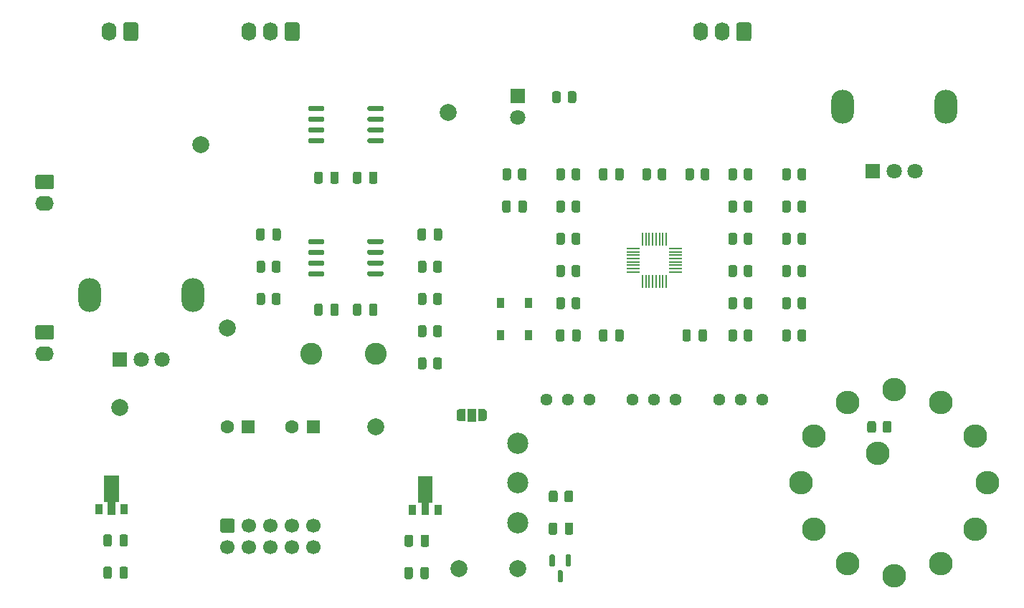
<source format=gbs>
G04 #@! TF.GenerationSoftware,KiCad,Pcbnew,6.0.5+dfsg-1~bpo11+1*
G04 #@! TF.CreationDate,2022-07-21T21:01:22+00:00*
G04 #@! TF.ProjectId,mod_osc_board,6d6f645f-6f73-4635-9f62-6f6172642e6b,0*
G04 #@! TF.SameCoordinates,Original*
G04 #@! TF.FileFunction,Soldermask,Bot*
G04 #@! TF.FilePolarity,Negative*
%FSLAX46Y46*%
G04 Gerber Fmt 4.6, Leading zero omitted, Abs format (unit mm)*
G04 Created by KiCad (PCBNEW 6.0.5+dfsg-1~bpo11+1) date 2022-07-21 21:01:22*
%MOMM*%
%LPD*%
G01*
G04 APERTURE LIST*
%ADD10C,2.500000*%
%ADD11O,2.720000X4.000000*%
%ADD12R,1.800000X1.800000*%
%ADD13C,1.800000*%
%ADD14O,2.800000X2.800000*%
%ADD15R,1.600000X1.600000*%
%ADD16C,1.600000*%
%ADD17R,0.900000X1.200000*%
%ADD18C,1.440000*%
%ADD19C,2.000000*%
%ADD20O,1.740000X2.190000*%
%ADD21R,0.900000X1.300000*%
%ADD22O,2.190000X1.740000*%
%ADD23R,1.500000X0.200000*%
%ADD24R,0.200000X1.500000*%
%ADD25C,2.600000*%
%ADD26R,1.000000X1.500000*%
%ADD27C,1.700000*%
G04 APERTURE END LIST*
D10*
X149606000Y-125202800D03*
X149606000Y-120502800D03*
X149606000Y-115802800D03*
D11*
X111252000Y-98277800D03*
X99060000Y-98277800D03*
D12*
X102616000Y-105897800D03*
D13*
X105116000Y-105897800D03*
X107616000Y-105897800D03*
D14*
X184529721Y-115002801D03*
X188556000Y-110976521D03*
X194056000Y-109502800D03*
X199555999Y-110976521D03*
X203582279Y-115002801D03*
X205056000Y-120502800D03*
X203582279Y-126002800D03*
X199556000Y-130029079D03*
X194056000Y-131502800D03*
X188556000Y-130029079D03*
X184529721Y-126002800D03*
X183056000Y-120502800D03*
X192056000Y-117038698D03*
D11*
X187960000Y-76052800D03*
X200152000Y-76052800D03*
D12*
X191516000Y-83672800D03*
D13*
X194016000Y-83672800D03*
X196516000Y-83672800D03*
D12*
X149606000Y-74782800D03*
D13*
X149606000Y-77322800D03*
D15*
X125439800Y-113848000D03*
D16*
X122939800Y-113848000D03*
D17*
X150849600Y-103078400D03*
X147549600Y-103078400D03*
G36*
G01*
X137777400Y-95408600D02*
X137777400Y-94508600D01*
G75*
G02*
X138027400Y-94258600I250000J0D01*
G01*
X138552400Y-94258600D01*
G75*
G02*
X138802400Y-94508600I0J-250000D01*
G01*
X138802400Y-95408600D01*
G75*
G02*
X138552400Y-95658600I-250000J0D01*
G01*
X138027400Y-95658600D01*
G75*
G02*
X137777400Y-95408600I0J250000D01*
G01*
G37*
G36*
G01*
X139602400Y-95408600D02*
X139602400Y-94508600D01*
G75*
G02*
X139852400Y-94258600I250000J0D01*
G01*
X140377400Y-94258600D01*
G75*
G02*
X140627400Y-94508600I0J-250000D01*
G01*
X140627400Y-95408600D01*
G75*
G02*
X140377400Y-95658600I-250000J0D01*
G01*
X139852400Y-95658600D01*
G75*
G02*
X139602400Y-95408600I0J250000D01*
G01*
G37*
D18*
X152999600Y-110698400D03*
X155539600Y-110698400D03*
X158079600Y-110698400D03*
G36*
G01*
X156974600Y-95008400D02*
X156974600Y-95908400D01*
G75*
G02*
X156724600Y-96158400I-250000J0D01*
G01*
X156199600Y-96158400D01*
G75*
G02*
X155949600Y-95908400I0J250000D01*
G01*
X155949600Y-95008400D01*
G75*
G02*
X156199600Y-94758400I250000J0D01*
G01*
X156724600Y-94758400D01*
G75*
G02*
X156974600Y-95008400I0J-250000D01*
G01*
G37*
G36*
G01*
X155149600Y-95008400D02*
X155149600Y-95908400D01*
G75*
G02*
X154899600Y-96158400I-250000J0D01*
G01*
X154374600Y-96158400D01*
G75*
G02*
X154124600Y-95908400I0J250000D01*
G01*
X154124600Y-95008400D01*
G75*
G02*
X154374600Y-94758400I250000J0D01*
G01*
X154899600Y-94758400D01*
G75*
G02*
X155149600Y-95008400I0J-250000D01*
G01*
G37*
G36*
G01*
X103558000Y-126847300D02*
X103558000Y-127797300D01*
G75*
G02*
X103308000Y-128047300I-250000J0D01*
G01*
X102808000Y-128047300D01*
G75*
G02*
X102558000Y-127797300I0J250000D01*
G01*
X102558000Y-126847300D01*
G75*
G02*
X102808000Y-126597300I250000J0D01*
G01*
X103308000Y-126597300D01*
G75*
G02*
X103558000Y-126847300I0J-250000D01*
G01*
G37*
G36*
G01*
X101658000Y-126847300D02*
X101658000Y-127797300D01*
G75*
G02*
X101408000Y-128047300I-250000J0D01*
G01*
X100908000Y-128047300D01*
G75*
G02*
X100658000Y-127797300I0J250000D01*
G01*
X100658000Y-126847300D01*
G75*
G02*
X100908000Y-126597300I250000J0D01*
G01*
X101408000Y-126597300D01*
G75*
G02*
X101658000Y-126847300I0J-250000D01*
G01*
G37*
G36*
G01*
X180794600Y-88288400D02*
X180794600Y-87388400D01*
G75*
G02*
X181044600Y-87138400I250000J0D01*
G01*
X181569600Y-87138400D01*
G75*
G02*
X181819600Y-87388400I0J-250000D01*
G01*
X181819600Y-88288400D01*
G75*
G02*
X181569600Y-88538400I-250000J0D01*
G01*
X181044600Y-88538400D01*
G75*
G02*
X180794600Y-88288400I0J250000D01*
G01*
G37*
G36*
G01*
X182619600Y-88288400D02*
X182619600Y-87388400D01*
G75*
G02*
X182869600Y-87138400I250000J0D01*
G01*
X183394600Y-87138400D01*
G75*
G02*
X183644600Y-87388400I0J-250000D01*
G01*
X183644600Y-88288400D01*
G75*
G02*
X183394600Y-88538400I-250000J0D01*
G01*
X182869600Y-88538400D01*
G75*
G02*
X182619600Y-88288400I0J250000D01*
G01*
G37*
G36*
G01*
X162079600Y-102603400D02*
X162079600Y-103553400D01*
G75*
G02*
X161829600Y-103803400I-250000J0D01*
G01*
X161329600Y-103803400D01*
G75*
G02*
X161079600Y-103553400I0J250000D01*
G01*
X161079600Y-102603400D01*
G75*
G02*
X161329600Y-102353400I250000J0D01*
G01*
X161829600Y-102353400D01*
G75*
G02*
X162079600Y-102603400I0J-250000D01*
G01*
G37*
G36*
G01*
X160179600Y-102603400D02*
X160179600Y-103553400D01*
G75*
G02*
X159929600Y-103803400I-250000J0D01*
G01*
X159429600Y-103803400D01*
G75*
G02*
X159179600Y-103553400I0J250000D01*
G01*
X159179600Y-102603400D01*
G75*
G02*
X159429600Y-102353400I250000J0D01*
G01*
X159929600Y-102353400D01*
G75*
G02*
X160179600Y-102603400I0J-250000D01*
G01*
G37*
G36*
G01*
X128450000Y-99563600D02*
X128450000Y-100513600D01*
G75*
G02*
X128200000Y-100763600I-250000J0D01*
G01*
X127700000Y-100763600D01*
G75*
G02*
X127450000Y-100513600I0J250000D01*
G01*
X127450000Y-99563600D01*
G75*
G02*
X127700000Y-99313600I250000J0D01*
G01*
X128200000Y-99313600D01*
G75*
G02*
X128450000Y-99563600I0J-250000D01*
G01*
G37*
G36*
G01*
X126550000Y-99563600D02*
X126550000Y-100513600D01*
G75*
G02*
X126300000Y-100763600I-250000J0D01*
G01*
X125800000Y-100763600D01*
G75*
G02*
X125550000Y-100513600I0J250000D01*
G01*
X125550000Y-99563600D01*
G75*
G02*
X125800000Y-99313600I250000J0D01*
G01*
X126300000Y-99313600D01*
G75*
G02*
X126550000Y-99563600I0J-250000D01*
G01*
G37*
D19*
X149606000Y-130662800D03*
G36*
G01*
X137752400Y-91623600D02*
X137752400Y-90673600D01*
G75*
G02*
X138002400Y-90423600I250000J0D01*
G01*
X138502400Y-90423600D01*
G75*
G02*
X138752400Y-90673600I0J-250000D01*
G01*
X138752400Y-91623600D01*
G75*
G02*
X138502400Y-91873600I-250000J0D01*
G01*
X138002400Y-91873600D01*
G75*
G02*
X137752400Y-91623600I0J250000D01*
G01*
G37*
G36*
G01*
X139652400Y-91623600D02*
X139652400Y-90673600D01*
G75*
G02*
X139902400Y-90423600I250000J0D01*
G01*
X140402400Y-90423600D01*
G75*
G02*
X140652400Y-90673600I0J-250000D01*
G01*
X140652400Y-91623600D01*
G75*
G02*
X140402400Y-91873600I-250000J0D01*
G01*
X139902400Y-91873600D01*
G75*
G02*
X139652400Y-91623600I0J250000D01*
G01*
G37*
G36*
G01*
X133736000Y-91828600D02*
X133736000Y-92128600D01*
G75*
G02*
X133586000Y-92278600I-150000J0D01*
G01*
X131986000Y-92278600D01*
G75*
G02*
X131836000Y-92128600I0J150000D01*
G01*
X131836000Y-91828600D01*
G75*
G02*
X131986000Y-91678600I150000J0D01*
G01*
X133586000Y-91678600D01*
G75*
G02*
X133736000Y-91828600I0J-150000D01*
G01*
G37*
G36*
G01*
X133736000Y-93098600D02*
X133736000Y-93398600D01*
G75*
G02*
X133586000Y-93548600I-150000J0D01*
G01*
X131986000Y-93548600D01*
G75*
G02*
X131836000Y-93398600I0J150000D01*
G01*
X131836000Y-93098600D01*
G75*
G02*
X131986000Y-92948600I150000J0D01*
G01*
X133586000Y-92948600D01*
G75*
G02*
X133736000Y-93098600I0J-150000D01*
G01*
G37*
G36*
G01*
X133736000Y-94368600D02*
X133736000Y-94668600D01*
G75*
G02*
X133586000Y-94818600I-150000J0D01*
G01*
X131986000Y-94818600D01*
G75*
G02*
X131836000Y-94668600I0J150000D01*
G01*
X131836000Y-94368600D01*
G75*
G02*
X131986000Y-94218600I150000J0D01*
G01*
X133586000Y-94218600D01*
G75*
G02*
X133736000Y-94368600I0J-150000D01*
G01*
G37*
G36*
G01*
X133736000Y-95638600D02*
X133736000Y-95938600D01*
G75*
G02*
X133586000Y-96088600I-150000J0D01*
G01*
X131986000Y-96088600D01*
G75*
G02*
X131836000Y-95938600I0J150000D01*
G01*
X131836000Y-95638600D01*
G75*
G02*
X131986000Y-95488600I150000J0D01*
G01*
X133586000Y-95488600D01*
G75*
G02*
X133736000Y-95638600I0J-150000D01*
G01*
G37*
G36*
G01*
X126736000Y-95638600D02*
X126736000Y-95938600D01*
G75*
G02*
X126586000Y-96088600I-150000J0D01*
G01*
X124986000Y-96088600D01*
G75*
G02*
X124836000Y-95938600I0J150000D01*
G01*
X124836000Y-95638600D01*
G75*
G02*
X124986000Y-95488600I150000J0D01*
G01*
X126586000Y-95488600D01*
G75*
G02*
X126736000Y-95638600I0J-150000D01*
G01*
G37*
G36*
G01*
X126736000Y-94368600D02*
X126736000Y-94668600D01*
G75*
G02*
X126586000Y-94818600I-150000J0D01*
G01*
X124986000Y-94818600D01*
G75*
G02*
X124836000Y-94668600I0J150000D01*
G01*
X124836000Y-94368600D01*
G75*
G02*
X124986000Y-94218600I150000J0D01*
G01*
X126586000Y-94218600D01*
G75*
G02*
X126736000Y-94368600I0J-150000D01*
G01*
G37*
G36*
G01*
X126736000Y-93098600D02*
X126736000Y-93398600D01*
G75*
G02*
X126586000Y-93548600I-150000J0D01*
G01*
X124986000Y-93548600D01*
G75*
G02*
X124836000Y-93398600I0J150000D01*
G01*
X124836000Y-93098600D01*
G75*
G02*
X124986000Y-92948600I150000J0D01*
G01*
X126586000Y-92948600D01*
G75*
G02*
X126736000Y-93098600I0J-150000D01*
G01*
G37*
G36*
G01*
X126736000Y-91828600D02*
X126736000Y-92128600D01*
G75*
G02*
X126586000Y-92278600I-150000J0D01*
G01*
X124986000Y-92278600D01*
G75*
G02*
X124836000Y-92128600I0J150000D01*
G01*
X124836000Y-91828600D01*
G75*
G02*
X124986000Y-91678600I150000J0D01*
G01*
X126586000Y-91678600D01*
G75*
G02*
X126736000Y-91828600I0J-150000D01*
G01*
G37*
G36*
G01*
X177146000Y-66337800D02*
X177146000Y-68027800D01*
G75*
G02*
X176896000Y-68277800I-250000J0D01*
G01*
X175656000Y-68277800D01*
G75*
G02*
X175406000Y-68027800I0J250000D01*
G01*
X175406000Y-66337800D01*
G75*
G02*
X175656000Y-66087800I250000J0D01*
G01*
X176896000Y-66087800D01*
G75*
G02*
X177146000Y-66337800I0J-250000D01*
G01*
G37*
D20*
X173736000Y-67182800D03*
X171196000Y-67182800D03*
D21*
X103100000Y-123638300D03*
G36*
X102466500Y-119688300D02*
G01*
X102466500Y-122813300D01*
X102050000Y-122813300D01*
X102050000Y-124288300D01*
X101150000Y-124288300D01*
X101150000Y-122813300D01*
X100733500Y-122813300D01*
X100733500Y-119688300D01*
X102466500Y-119688300D01*
G37*
X100100000Y-123638300D03*
G36*
G01*
X153261000Y-122569300D02*
X153261000Y-121669300D01*
G75*
G02*
X153511000Y-121419300I250000J0D01*
G01*
X154036000Y-121419300D01*
G75*
G02*
X154286000Y-121669300I0J-250000D01*
G01*
X154286000Y-122569300D01*
G75*
G02*
X154036000Y-122819300I-250000J0D01*
G01*
X153511000Y-122819300D01*
G75*
G02*
X153261000Y-122569300I0J250000D01*
G01*
G37*
G36*
G01*
X155086000Y-122569300D02*
X155086000Y-121669300D01*
G75*
G02*
X155336000Y-121419300I250000J0D01*
G01*
X155861000Y-121419300D01*
G75*
G02*
X156111000Y-121669300I0J-250000D01*
G01*
X156111000Y-122569300D01*
G75*
G02*
X155861000Y-122819300I-250000J0D01*
G01*
X155336000Y-122819300D01*
G75*
G02*
X155086000Y-122569300I0J250000D01*
G01*
G37*
G36*
G01*
X180794600Y-95908400D02*
X180794600Y-95008400D01*
G75*
G02*
X181044600Y-94758400I250000J0D01*
G01*
X181569600Y-94758400D01*
G75*
G02*
X181819600Y-95008400I0J-250000D01*
G01*
X181819600Y-95908400D01*
G75*
G02*
X181569600Y-96158400I-250000J0D01*
G01*
X181044600Y-96158400D01*
G75*
G02*
X180794600Y-95908400I0J250000D01*
G01*
G37*
G36*
G01*
X182619600Y-95908400D02*
X182619600Y-95008400D01*
G75*
G02*
X182869600Y-94758400I250000J0D01*
G01*
X183394600Y-94758400D01*
G75*
G02*
X183644600Y-95008400I0J-250000D01*
G01*
X183644600Y-95908400D01*
G75*
G02*
X183394600Y-96158400I-250000J0D01*
G01*
X182869600Y-96158400D01*
G75*
G02*
X182619600Y-95908400I0J250000D01*
G01*
G37*
D19*
X142621000Y-130662800D03*
G36*
G01*
X136218000Y-127835800D02*
X136218000Y-126885800D01*
G75*
G02*
X136468000Y-126635800I250000J0D01*
G01*
X136968000Y-126635800D01*
G75*
G02*
X137218000Y-126885800I0J-250000D01*
G01*
X137218000Y-127835800D01*
G75*
G02*
X136968000Y-128085800I-250000J0D01*
G01*
X136468000Y-128085800D01*
G75*
G02*
X136218000Y-127835800I0J250000D01*
G01*
G37*
G36*
G01*
X138118000Y-127835800D02*
X138118000Y-126885800D01*
G75*
G02*
X138368000Y-126635800I250000J0D01*
G01*
X138868000Y-126635800D01*
G75*
G02*
X139118000Y-126885800I0J-250000D01*
G01*
X139118000Y-127835800D01*
G75*
G02*
X138868000Y-128085800I-250000J0D01*
G01*
X138368000Y-128085800D01*
G75*
G02*
X138118000Y-127835800I0J250000D01*
G01*
G37*
G36*
G01*
X162079600Y-83553400D02*
X162079600Y-84503400D01*
G75*
G02*
X161829600Y-84753400I-250000J0D01*
G01*
X161329600Y-84753400D01*
G75*
G02*
X161079600Y-84503400I0J250000D01*
G01*
X161079600Y-83553400D01*
G75*
G02*
X161329600Y-83303400I250000J0D01*
G01*
X161829600Y-83303400D01*
G75*
G02*
X162079600Y-83553400I0J-250000D01*
G01*
G37*
G36*
G01*
X160179600Y-83553400D02*
X160179600Y-84503400D01*
G75*
G02*
X159929600Y-84753400I-250000J0D01*
G01*
X159429600Y-84753400D01*
G75*
G02*
X159179600Y-84503400I0J250000D01*
G01*
X159179600Y-83553400D01*
G75*
G02*
X159429600Y-83303400I250000J0D01*
G01*
X159929600Y-83303400D01*
G75*
G02*
X160179600Y-83553400I0J-250000D01*
G01*
G37*
G36*
G01*
X156974600Y-91198400D02*
X156974600Y-92098400D01*
G75*
G02*
X156724600Y-92348400I-250000J0D01*
G01*
X156199600Y-92348400D01*
G75*
G02*
X155949600Y-92098400I0J250000D01*
G01*
X155949600Y-91198400D01*
G75*
G02*
X156199600Y-90948400I250000J0D01*
G01*
X156724600Y-90948400D01*
G75*
G02*
X156974600Y-91198400I0J-250000D01*
G01*
G37*
G36*
G01*
X155149600Y-91198400D02*
X155149600Y-92098400D01*
G75*
G02*
X154899600Y-92348400I-250000J0D01*
G01*
X154374600Y-92348400D01*
G75*
G02*
X154124600Y-92098400I0J250000D01*
G01*
X154124600Y-91198400D01*
G75*
G02*
X154374600Y-90948400I250000J0D01*
G01*
X154899600Y-90948400D01*
G75*
G02*
X155149600Y-91198400I0J-250000D01*
G01*
G37*
G36*
G01*
X133022000Y-99563600D02*
X133022000Y-100513600D01*
G75*
G02*
X132772000Y-100763600I-250000J0D01*
G01*
X132272000Y-100763600D01*
G75*
G02*
X132022000Y-100513600I0J250000D01*
G01*
X132022000Y-99563600D01*
G75*
G02*
X132272000Y-99313600I250000J0D01*
G01*
X132772000Y-99313600D01*
G75*
G02*
X133022000Y-99563600I0J-250000D01*
G01*
G37*
G36*
G01*
X131122000Y-99563600D02*
X131122000Y-100513600D01*
G75*
G02*
X130872000Y-100763600I-250000J0D01*
G01*
X130372000Y-100763600D01*
G75*
G02*
X130122000Y-100513600I0J250000D01*
G01*
X130122000Y-99563600D01*
G75*
G02*
X130372000Y-99313600I250000J0D01*
G01*
X130872000Y-99313600D01*
G75*
G02*
X131122000Y-99563600I0J-250000D01*
G01*
G37*
G36*
G01*
X177294600Y-83578400D02*
X177294600Y-84478400D01*
G75*
G02*
X177044600Y-84728400I-250000J0D01*
G01*
X176519600Y-84728400D01*
G75*
G02*
X176269600Y-84478400I0J250000D01*
G01*
X176269600Y-83578400D01*
G75*
G02*
X176519600Y-83328400I250000J0D01*
G01*
X177044600Y-83328400D01*
G75*
G02*
X177294600Y-83578400I0J-250000D01*
G01*
G37*
G36*
G01*
X175469600Y-83578400D02*
X175469600Y-84478400D01*
G75*
G02*
X175219600Y-84728400I-250000J0D01*
G01*
X174694600Y-84728400D01*
G75*
G02*
X174444600Y-84478400I0J250000D01*
G01*
X174444600Y-83578400D01*
G75*
G02*
X174694600Y-83328400I250000J0D01*
G01*
X175219600Y-83328400D01*
G75*
G02*
X175469600Y-83578400I0J-250000D01*
G01*
G37*
G36*
G01*
X118727400Y-99218600D02*
X118727400Y-98318600D01*
G75*
G02*
X118977400Y-98068600I250000J0D01*
G01*
X119502400Y-98068600D01*
G75*
G02*
X119752400Y-98318600I0J-250000D01*
G01*
X119752400Y-99218600D01*
G75*
G02*
X119502400Y-99468600I-250000J0D01*
G01*
X118977400Y-99468600D01*
G75*
G02*
X118727400Y-99218600I0J250000D01*
G01*
G37*
G36*
G01*
X120552400Y-99218600D02*
X120552400Y-98318600D01*
G75*
G02*
X120802400Y-98068600I250000J0D01*
G01*
X121327400Y-98068600D01*
G75*
G02*
X121577400Y-98318600I0J-250000D01*
G01*
X121577400Y-99218600D01*
G75*
G02*
X121327400Y-99468600I-250000J0D01*
G01*
X120802400Y-99468600D01*
G75*
G02*
X120552400Y-99218600I0J250000D01*
G01*
G37*
G36*
G01*
X140627400Y-105938600D02*
X140627400Y-106838600D01*
G75*
G02*
X140377400Y-107088600I-250000J0D01*
G01*
X139852400Y-107088600D01*
G75*
G02*
X139602400Y-106838600I0J250000D01*
G01*
X139602400Y-105938600D01*
G75*
G02*
X139852400Y-105688600I250000J0D01*
G01*
X140377400Y-105688600D01*
G75*
G02*
X140627400Y-105938600I0J-250000D01*
G01*
G37*
G36*
G01*
X138802400Y-105938600D02*
X138802400Y-106838600D01*
G75*
G02*
X138552400Y-107088600I-250000J0D01*
G01*
X138027400Y-107088600D01*
G75*
G02*
X137777400Y-106838600I0J250000D01*
G01*
X137777400Y-105938600D01*
G75*
G02*
X138027400Y-105688600I250000J0D01*
G01*
X138552400Y-105688600D01*
G75*
G02*
X138802400Y-105938600I0J-250000D01*
G01*
G37*
D18*
X163169600Y-110698400D03*
X165709600Y-110698400D03*
X168249600Y-110698400D03*
G36*
G01*
X133736000Y-76106000D02*
X133736000Y-76406000D01*
G75*
G02*
X133586000Y-76556000I-150000J0D01*
G01*
X131986000Y-76556000D01*
G75*
G02*
X131836000Y-76406000I0J150000D01*
G01*
X131836000Y-76106000D01*
G75*
G02*
X131986000Y-75956000I150000J0D01*
G01*
X133586000Y-75956000D01*
G75*
G02*
X133736000Y-76106000I0J-150000D01*
G01*
G37*
G36*
G01*
X133736000Y-77376000D02*
X133736000Y-77676000D01*
G75*
G02*
X133586000Y-77826000I-150000J0D01*
G01*
X131986000Y-77826000D01*
G75*
G02*
X131836000Y-77676000I0J150000D01*
G01*
X131836000Y-77376000D01*
G75*
G02*
X131986000Y-77226000I150000J0D01*
G01*
X133586000Y-77226000D01*
G75*
G02*
X133736000Y-77376000I0J-150000D01*
G01*
G37*
G36*
G01*
X133736000Y-78646000D02*
X133736000Y-78946000D01*
G75*
G02*
X133586000Y-79096000I-150000J0D01*
G01*
X131986000Y-79096000D01*
G75*
G02*
X131836000Y-78946000I0J150000D01*
G01*
X131836000Y-78646000D01*
G75*
G02*
X131986000Y-78496000I150000J0D01*
G01*
X133586000Y-78496000D01*
G75*
G02*
X133736000Y-78646000I0J-150000D01*
G01*
G37*
G36*
G01*
X133736000Y-79916000D02*
X133736000Y-80216000D01*
G75*
G02*
X133586000Y-80366000I-150000J0D01*
G01*
X131986000Y-80366000D01*
G75*
G02*
X131836000Y-80216000I0J150000D01*
G01*
X131836000Y-79916000D01*
G75*
G02*
X131986000Y-79766000I150000J0D01*
G01*
X133586000Y-79766000D01*
G75*
G02*
X133736000Y-79916000I0J-150000D01*
G01*
G37*
G36*
G01*
X126736000Y-79916000D02*
X126736000Y-80216000D01*
G75*
G02*
X126586000Y-80366000I-150000J0D01*
G01*
X124986000Y-80366000D01*
G75*
G02*
X124836000Y-80216000I0J150000D01*
G01*
X124836000Y-79916000D01*
G75*
G02*
X124986000Y-79766000I150000J0D01*
G01*
X126586000Y-79766000D01*
G75*
G02*
X126736000Y-79916000I0J-150000D01*
G01*
G37*
G36*
G01*
X126736000Y-78646000D02*
X126736000Y-78946000D01*
G75*
G02*
X126586000Y-79096000I-150000J0D01*
G01*
X124986000Y-79096000D01*
G75*
G02*
X124836000Y-78946000I0J150000D01*
G01*
X124836000Y-78646000D01*
G75*
G02*
X124986000Y-78496000I150000J0D01*
G01*
X126586000Y-78496000D01*
G75*
G02*
X126736000Y-78646000I0J-150000D01*
G01*
G37*
G36*
G01*
X126736000Y-77376000D02*
X126736000Y-77676000D01*
G75*
G02*
X126586000Y-77826000I-150000J0D01*
G01*
X124986000Y-77826000D01*
G75*
G02*
X124836000Y-77676000I0J150000D01*
G01*
X124836000Y-77376000D01*
G75*
G02*
X124986000Y-77226000I150000J0D01*
G01*
X126586000Y-77226000D01*
G75*
G02*
X126736000Y-77376000I0J-150000D01*
G01*
G37*
G36*
G01*
X126736000Y-76106000D02*
X126736000Y-76406000D01*
G75*
G02*
X126586000Y-76556000I-150000J0D01*
G01*
X124986000Y-76556000D01*
G75*
G02*
X124836000Y-76406000I0J150000D01*
G01*
X124836000Y-76106000D01*
G75*
G02*
X124986000Y-75956000I150000J0D01*
G01*
X126586000Y-75956000D01*
G75*
G02*
X126736000Y-76106000I0J-150000D01*
G01*
G37*
G36*
G01*
X167134600Y-83578400D02*
X167134600Y-84478400D01*
G75*
G02*
X166884600Y-84728400I-250000J0D01*
G01*
X166359600Y-84728400D01*
G75*
G02*
X166109600Y-84478400I0J250000D01*
G01*
X166109600Y-83578400D01*
G75*
G02*
X166359600Y-83328400I250000J0D01*
G01*
X166884600Y-83328400D01*
G75*
G02*
X167134600Y-83578400I0J-250000D01*
G01*
G37*
G36*
G01*
X165309600Y-83578400D02*
X165309600Y-84478400D01*
G75*
G02*
X165059600Y-84728400I-250000J0D01*
G01*
X164534600Y-84728400D01*
G75*
G02*
X164284600Y-84478400I0J250000D01*
G01*
X164284600Y-83578400D01*
G75*
G02*
X164534600Y-83328400I250000J0D01*
G01*
X165059600Y-83328400D01*
G75*
G02*
X165309600Y-83578400I0J-250000D01*
G01*
G37*
G36*
G01*
X121577400Y-94508600D02*
X121577400Y-95408600D01*
G75*
G02*
X121327400Y-95658600I-250000J0D01*
G01*
X120802400Y-95658600D01*
G75*
G02*
X120552400Y-95408600I0J250000D01*
G01*
X120552400Y-94508600D01*
G75*
G02*
X120802400Y-94258600I250000J0D01*
G01*
X121327400Y-94258600D01*
G75*
G02*
X121577400Y-94508600I0J-250000D01*
G01*
G37*
G36*
G01*
X119752400Y-94508600D02*
X119752400Y-95408600D01*
G75*
G02*
X119502400Y-95658600I-250000J0D01*
G01*
X118977400Y-95658600D01*
G75*
G02*
X118727400Y-95408600I0J250000D01*
G01*
X118727400Y-94508600D01*
G75*
G02*
X118977400Y-94258600I250000J0D01*
G01*
X119502400Y-94258600D01*
G75*
G02*
X119752400Y-94508600I0J-250000D01*
G01*
G37*
X173355000Y-110698400D03*
X175895000Y-110698400D03*
X178435000Y-110698400D03*
G36*
G01*
X103558000Y-130657300D02*
X103558000Y-131607300D01*
G75*
G02*
X103308000Y-131857300I-250000J0D01*
G01*
X102808000Y-131857300D01*
G75*
G02*
X102558000Y-131607300I0J250000D01*
G01*
X102558000Y-130657300D01*
G75*
G02*
X102808000Y-130407300I250000J0D01*
G01*
X103308000Y-130407300D01*
G75*
G02*
X103558000Y-130657300I0J-250000D01*
G01*
G37*
G36*
G01*
X101658000Y-130657300D02*
X101658000Y-131607300D01*
G75*
G02*
X101408000Y-131857300I-250000J0D01*
G01*
X100908000Y-131857300D01*
G75*
G02*
X100658000Y-131607300I0J250000D01*
G01*
X100658000Y-130657300D01*
G75*
G02*
X100908000Y-130407300I250000J0D01*
G01*
X101408000Y-130407300D01*
G75*
G02*
X101658000Y-130657300I0J-250000D01*
G01*
G37*
G36*
G01*
X180794600Y-99718400D02*
X180794600Y-98818400D01*
G75*
G02*
X181044600Y-98568400I250000J0D01*
G01*
X181569600Y-98568400D01*
G75*
G02*
X181819600Y-98818400I0J-250000D01*
G01*
X181819600Y-99718400D01*
G75*
G02*
X181569600Y-99968400I-250000J0D01*
G01*
X181044600Y-99968400D01*
G75*
G02*
X180794600Y-99718400I0J250000D01*
G01*
G37*
G36*
G01*
X182619600Y-99718400D02*
X182619600Y-98818400D01*
G75*
G02*
X182869600Y-98568400I250000J0D01*
G01*
X183394600Y-98568400D01*
G75*
G02*
X183644600Y-98818400I0J-250000D01*
G01*
X183644600Y-99718400D01*
G75*
G02*
X183394600Y-99968400I-250000J0D01*
G01*
X182869600Y-99968400D01*
G75*
G02*
X182619600Y-99718400I0J250000D01*
G01*
G37*
G36*
G01*
X177294600Y-87388400D02*
X177294600Y-88288400D01*
G75*
G02*
X177044600Y-88538400I-250000J0D01*
G01*
X176519600Y-88538400D01*
G75*
G02*
X176269600Y-88288400I0J250000D01*
G01*
X176269600Y-87388400D01*
G75*
G02*
X176519600Y-87138400I250000J0D01*
G01*
X177044600Y-87138400D01*
G75*
G02*
X177294600Y-87388400I0J-250000D01*
G01*
G37*
G36*
G01*
X175469600Y-87388400D02*
X175469600Y-88288400D01*
G75*
G02*
X175219600Y-88538400I-250000J0D01*
G01*
X174694600Y-88538400D01*
G75*
G02*
X174444600Y-88288400I0J250000D01*
G01*
X174444600Y-87388400D01*
G75*
G02*
X174694600Y-87138400I250000J0D01*
G01*
X175219600Y-87138400D01*
G75*
G02*
X175469600Y-87388400I0J-250000D01*
G01*
G37*
G36*
G01*
X92881000Y-101852800D02*
X94571000Y-101852800D01*
G75*
G02*
X94821000Y-102102800I0J-250000D01*
G01*
X94821000Y-103342800D01*
G75*
G02*
X94571000Y-103592800I-250000J0D01*
G01*
X92881000Y-103592800D01*
G75*
G02*
X92631000Y-103342800I0J250000D01*
G01*
X92631000Y-102102800D01*
G75*
G02*
X92881000Y-101852800I250000J0D01*
G01*
G37*
D22*
X93726000Y-105262800D03*
D23*
X168209600Y-92788400D03*
X168209600Y-93188400D03*
X168209600Y-93588400D03*
X168209600Y-93988400D03*
X168209600Y-94388400D03*
X168209600Y-94788400D03*
X168209600Y-95188400D03*
X168209600Y-95588400D03*
D24*
X167109600Y-96688400D03*
X166709600Y-96688400D03*
X166309600Y-96688400D03*
X165909600Y-96688400D03*
X165509600Y-96688400D03*
X165109600Y-96688400D03*
X164709600Y-96688400D03*
X164309600Y-96688400D03*
D23*
X163209600Y-95588400D03*
X163209600Y-95188400D03*
X163209600Y-94788400D03*
X163209600Y-94388400D03*
X163209600Y-93988400D03*
X163209600Y-93588400D03*
X163209600Y-93188400D03*
X163209600Y-92788400D03*
D24*
X164309600Y-91688400D03*
X164709600Y-91688400D03*
X165109600Y-91688400D03*
X165509600Y-91688400D03*
X165909600Y-91688400D03*
X166309600Y-91688400D03*
X166709600Y-91688400D03*
X167109600Y-91688400D03*
D19*
X102616000Y-111612800D03*
X112141000Y-80497800D03*
D15*
X117779800Y-113848000D03*
D16*
X115279800Y-113848000D03*
D25*
X125222000Y-105262800D03*
X132842000Y-105262800D03*
G36*
G01*
X174444600Y-95908400D02*
X174444600Y-95008400D01*
G75*
G02*
X174694600Y-94758400I250000J0D01*
G01*
X175219600Y-94758400D01*
G75*
G02*
X175469600Y-95008400I0J-250000D01*
G01*
X175469600Y-95908400D01*
G75*
G02*
X175219600Y-96158400I-250000J0D01*
G01*
X174694600Y-96158400D01*
G75*
G02*
X174444600Y-95908400I0J250000D01*
G01*
G37*
G36*
G01*
X176269600Y-95908400D02*
X176269600Y-95008400D01*
G75*
G02*
X176519600Y-94758400I250000J0D01*
G01*
X177044600Y-94758400D01*
G75*
G02*
X177294600Y-95008400I0J-250000D01*
G01*
X177294600Y-95908400D01*
G75*
G02*
X177044600Y-96158400I-250000J0D01*
G01*
X176519600Y-96158400D01*
G75*
G02*
X176269600Y-95908400I0J250000D01*
G01*
G37*
G36*
G01*
X190853000Y-114348800D02*
X190853000Y-113448800D01*
G75*
G02*
X191103000Y-113198800I250000J0D01*
G01*
X191628000Y-113198800D01*
G75*
G02*
X191878000Y-113448800I0J-250000D01*
G01*
X191878000Y-114348800D01*
G75*
G02*
X191628000Y-114598800I-250000J0D01*
G01*
X191103000Y-114598800D01*
G75*
G02*
X190853000Y-114348800I0J250000D01*
G01*
G37*
G36*
G01*
X192678000Y-114348800D02*
X192678000Y-113448800D01*
G75*
G02*
X192928000Y-113198800I250000J0D01*
G01*
X193453000Y-113198800D01*
G75*
G02*
X193703000Y-113448800I0J-250000D01*
G01*
X193703000Y-114348800D01*
G75*
G02*
X193453000Y-114598800I-250000J0D01*
G01*
X192928000Y-114598800D01*
G75*
G02*
X192678000Y-114348800I0J250000D01*
G01*
G37*
G36*
G01*
X128450000Y-83959800D02*
X128450000Y-84909800D01*
G75*
G02*
X128200000Y-85159800I-250000J0D01*
G01*
X127700000Y-85159800D01*
G75*
G02*
X127450000Y-84909800I0J250000D01*
G01*
X127450000Y-83959800D01*
G75*
G02*
X127700000Y-83709800I250000J0D01*
G01*
X128200000Y-83709800D01*
G75*
G02*
X128450000Y-83959800I0J-250000D01*
G01*
G37*
G36*
G01*
X126550000Y-83959800D02*
X126550000Y-84909800D01*
G75*
G02*
X126300000Y-85159800I-250000J0D01*
G01*
X125800000Y-85159800D01*
G75*
G02*
X125550000Y-84909800I0J250000D01*
G01*
X125550000Y-83959800D01*
G75*
G02*
X125800000Y-83709800I250000J0D01*
G01*
X126300000Y-83709800D01*
G75*
G02*
X126550000Y-83959800I0J-250000D01*
G01*
G37*
G36*
G01*
X177294600Y-98818400D02*
X177294600Y-99718400D01*
G75*
G02*
X177044600Y-99968400I-250000J0D01*
G01*
X176519600Y-99968400D01*
G75*
G02*
X176269600Y-99718400I0J250000D01*
G01*
X176269600Y-98818400D01*
G75*
G02*
X176519600Y-98568400I250000J0D01*
G01*
X177044600Y-98568400D01*
G75*
G02*
X177294600Y-98818400I0J-250000D01*
G01*
G37*
G36*
G01*
X175469600Y-98818400D02*
X175469600Y-99718400D01*
G75*
G02*
X175219600Y-99968400I-250000J0D01*
G01*
X174694600Y-99968400D01*
G75*
G02*
X174444600Y-99718400I0J250000D01*
G01*
X174444600Y-98818400D01*
G75*
G02*
X174694600Y-98568400I250000J0D01*
G01*
X175219600Y-98568400D01*
G75*
G02*
X175469600Y-98818400I0J-250000D01*
G01*
G37*
G36*
G01*
X153494000Y-128946300D02*
X153794000Y-128946300D01*
G75*
G02*
X153944000Y-129096300I0J-150000D01*
G01*
X153944000Y-130271300D01*
G75*
G02*
X153794000Y-130421300I-150000J0D01*
G01*
X153494000Y-130421300D01*
G75*
G02*
X153344000Y-130271300I0J150000D01*
G01*
X153344000Y-129096300D01*
G75*
G02*
X153494000Y-128946300I150000J0D01*
G01*
G37*
G36*
G01*
X155394000Y-128946300D02*
X155694000Y-128946300D01*
G75*
G02*
X155844000Y-129096300I0J-150000D01*
G01*
X155844000Y-130271300D01*
G75*
G02*
X155694000Y-130421300I-150000J0D01*
G01*
X155394000Y-130421300D01*
G75*
G02*
X155244000Y-130271300I0J150000D01*
G01*
X155244000Y-129096300D01*
G75*
G02*
X155394000Y-128946300I150000J0D01*
G01*
G37*
G36*
G01*
X154444000Y-130821300D02*
X154744000Y-130821300D01*
G75*
G02*
X154894000Y-130971300I0J-150000D01*
G01*
X154894000Y-132146300D01*
G75*
G02*
X154744000Y-132296300I-150000J0D01*
G01*
X154444000Y-132296300D01*
G75*
G02*
X154294000Y-132146300I0J150000D01*
G01*
X154294000Y-130971300D01*
G75*
G02*
X154444000Y-130821300I150000J0D01*
G01*
G37*
G36*
G01*
X92881000Y-84072800D02*
X94571000Y-84072800D01*
G75*
G02*
X94821000Y-84322800I0J-250000D01*
G01*
X94821000Y-85562800D01*
G75*
G02*
X94571000Y-85812800I-250000J0D01*
G01*
X92881000Y-85812800D01*
G75*
G02*
X92631000Y-85562800I0J250000D01*
G01*
X92631000Y-84322800D01*
G75*
G02*
X92881000Y-84072800I250000J0D01*
G01*
G37*
D22*
X93726000Y-87482800D03*
G36*
G01*
X156974600Y-83578400D02*
X156974600Y-84478400D01*
G75*
G02*
X156724600Y-84728400I-250000J0D01*
G01*
X156199600Y-84728400D01*
G75*
G02*
X155949600Y-84478400I0J250000D01*
G01*
X155949600Y-83578400D01*
G75*
G02*
X156199600Y-83328400I250000J0D01*
G01*
X156724600Y-83328400D01*
G75*
G02*
X156974600Y-83578400I0J-250000D01*
G01*
G37*
G36*
G01*
X155149600Y-83578400D02*
X155149600Y-84478400D01*
G75*
G02*
X154899600Y-84728400I-250000J0D01*
G01*
X154374600Y-84728400D01*
G75*
G02*
X154124600Y-84478400I0J250000D01*
G01*
X154124600Y-83578400D01*
G75*
G02*
X154374600Y-83328400I250000J0D01*
G01*
X154899600Y-83328400D01*
G75*
G02*
X155149600Y-83578400I0J-250000D01*
G01*
G37*
G36*
G01*
X123806000Y-66317800D02*
X123806000Y-68007800D01*
G75*
G02*
X123556000Y-68257800I-250000J0D01*
G01*
X122316000Y-68257800D01*
G75*
G02*
X122066000Y-68007800I0J250000D01*
G01*
X122066000Y-66317800D01*
G75*
G02*
X122316000Y-66067800I250000J0D01*
G01*
X123556000Y-66067800D01*
G75*
G02*
X123806000Y-66317800I0J-250000D01*
G01*
G37*
D20*
X120396000Y-67162800D03*
X117856000Y-67162800D03*
G36*
G01*
X172214600Y-83578400D02*
X172214600Y-84478400D01*
G75*
G02*
X171964600Y-84728400I-250000J0D01*
G01*
X171439600Y-84728400D01*
G75*
G02*
X171189600Y-84478400I0J250000D01*
G01*
X171189600Y-83578400D01*
G75*
G02*
X171439600Y-83328400I250000J0D01*
G01*
X171964600Y-83328400D01*
G75*
G02*
X172214600Y-83578400I0J-250000D01*
G01*
G37*
G36*
G01*
X170389600Y-83578400D02*
X170389600Y-84478400D01*
G75*
G02*
X170139600Y-84728400I-250000J0D01*
G01*
X169614600Y-84728400D01*
G75*
G02*
X169364600Y-84478400I0J250000D01*
G01*
X169364600Y-83578400D01*
G75*
G02*
X169614600Y-83328400I250000J0D01*
G01*
X170139600Y-83328400D01*
G75*
G02*
X170389600Y-83578400I0J-250000D01*
G01*
G37*
G36*
G01*
X156999600Y-102603400D02*
X156999600Y-103553400D01*
G75*
G02*
X156749600Y-103803400I-250000J0D01*
G01*
X156249600Y-103803400D01*
G75*
G02*
X155999600Y-103553400I0J250000D01*
G01*
X155999600Y-102603400D01*
G75*
G02*
X156249600Y-102353400I250000J0D01*
G01*
X156749600Y-102353400D01*
G75*
G02*
X156999600Y-102603400I0J-250000D01*
G01*
G37*
G36*
G01*
X155099600Y-102603400D02*
X155099600Y-103553400D01*
G75*
G02*
X154849600Y-103803400I-250000J0D01*
G01*
X154349600Y-103803400D01*
G75*
G02*
X154099600Y-103553400I0J250000D01*
G01*
X154099600Y-102603400D01*
G75*
G02*
X154349600Y-102353400I250000J0D01*
G01*
X154849600Y-102353400D01*
G75*
G02*
X155099600Y-102603400I0J-250000D01*
G01*
G37*
G36*
G01*
X139094000Y-130695800D02*
X139094000Y-131645800D01*
G75*
G02*
X138844000Y-131895800I-250000J0D01*
G01*
X138344000Y-131895800D01*
G75*
G02*
X138094000Y-131645800I0J250000D01*
G01*
X138094000Y-130695800D01*
G75*
G02*
X138344000Y-130445800I250000J0D01*
G01*
X138844000Y-130445800D01*
G75*
G02*
X139094000Y-130695800I0J-250000D01*
G01*
G37*
G36*
G01*
X137194000Y-130695800D02*
X137194000Y-131645800D01*
G75*
G02*
X136944000Y-131895800I-250000J0D01*
G01*
X136444000Y-131895800D01*
G75*
G02*
X136194000Y-131645800I0J250000D01*
G01*
X136194000Y-130695800D01*
G75*
G02*
X136444000Y-130445800I250000J0D01*
G01*
X136944000Y-130445800D01*
G75*
G02*
X137194000Y-130695800I0J-250000D01*
G01*
G37*
G36*
G01*
X171919600Y-102603400D02*
X171919600Y-103553400D01*
G75*
G02*
X171669600Y-103803400I-250000J0D01*
G01*
X171169600Y-103803400D01*
G75*
G02*
X170919600Y-103553400I0J250000D01*
G01*
X170919600Y-102603400D01*
G75*
G02*
X171169600Y-102353400I250000J0D01*
G01*
X171669600Y-102353400D01*
G75*
G02*
X171919600Y-102603400I0J-250000D01*
G01*
G37*
G36*
G01*
X170019600Y-102603400D02*
X170019600Y-103553400D01*
G75*
G02*
X169769600Y-103803400I-250000J0D01*
G01*
X169269600Y-103803400D01*
G75*
G02*
X169019600Y-103553400I0J250000D01*
G01*
X169019600Y-102603400D01*
G75*
G02*
X169269600Y-102353400I250000J0D01*
G01*
X169769600Y-102353400D01*
G75*
G02*
X170019600Y-102603400I0J-250000D01*
G01*
G37*
G36*
G01*
X177294600Y-102628400D02*
X177294600Y-103528400D01*
G75*
G02*
X177044600Y-103778400I-250000J0D01*
G01*
X176519600Y-103778400D01*
G75*
G02*
X176269600Y-103528400I0J250000D01*
G01*
X176269600Y-102628400D01*
G75*
G02*
X176519600Y-102378400I250000J0D01*
G01*
X177044600Y-102378400D01*
G75*
G02*
X177294600Y-102628400I0J-250000D01*
G01*
G37*
G36*
G01*
X175469600Y-102628400D02*
X175469600Y-103528400D01*
G75*
G02*
X175219600Y-103778400I-250000J0D01*
G01*
X174694600Y-103778400D01*
G75*
G02*
X174444600Y-103528400I0J250000D01*
G01*
X174444600Y-102628400D01*
G75*
G02*
X174694600Y-102378400I250000J0D01*
G01*
X175219600Y-102378400D01*
G75*
G02*
X175469600Y-102628400I0J-250000D01*
G01*
G37*
G36*
G01*
X183644600Y-102628400D02*
X183644600Y-103528400D01*
G75*
G02*
X183394600Y-103778400I-250000J0D01*
G01*
X182869600Y-103778400D01*
G75*
G02*
X182619600Y-103528400I0J250000D01*
G01*
X182619600Y-102628400D01*
G75*
G02*
X182869600Y-102378400I250000J0D01*
G01*
X183394600Y-102378400D01*
G75*
G02*
X183644600Y-102628400I0J-250000D01*
G01*
G37*
G36*
G01*
X181819600Y-102628400D02*
X181819600Y-103528400D01*
G75*
G02*
X181569600Y-103778400I-250000J0D01*
G01*
X181044600Y-103778400D01*
G75*
G02*
X180794600Y-103528400I0J250000D01*
G01*
X180794600Y-102628400D01*
G75*
G02*
X181044600Y-102378400I250000J0D01*
G01*
X181569600Y-102378400D01*
G75*
G02*
X181819600Y-102628400I0J-250000D01*
G01*
G37*
G36*
X143395000Y-113251800D02*
G01*
X142845000Y-113251800D01*
X142845000Y-113246833D01*
X142765059Y-113245368D01*
X142629744Y-113203093D01*
X142511734Y-113124538D01*
X142420514Y-113016019D01*
X142363419Y-112886260D01*
X142345836Y-112751800D01*
X142345000Y-112751800D01*
X142345000Y-112251800D01*
X142345836Y-112251800D01*
X142345037Y-112245691D01*
X142366848Y-112105614D01*
X142427096Y-111977289D01*
X142520940Y-111871031D01*
X142640835Y-111795383D01*
X142777142Y-111756426D01*
X142845000Y-111756841D01*
X142845000Y-111751800D01*
X143395000Y-111751800D01*
X143395000Y-113251800D01*
G37*
D26*
X144145000Y-112501800D03*
G36*
X145445000Y-111756841D02*
G01*
X145518905Y-111757292D01*
X145654726Y-111797911D01*
X145773688Y-111875018D01*
X145866226Y-111982415D01*
X145924903Y-112111467D01*
X145945000Y-112251800D01*
X145945000Y-112751800D01*
X145944851Y-112764016D01*
X145921331Y-112903817D01*
X145859519Y-113031396D01*
X145764384Y-113136500D01*
X145643574Y-113210677D01*
X145506801Y-113247966D01*
X145445000Y-113246833D01*
X145445000Y-113251800D01*
X144895000Y-113251800D01*
X144895000Y-111751800D01*
X145445000Y-111751800D01*
X145445000Y-111756841D01*
G37*
G36*
G01*
X180794600Y-92098400D02*
X180794600Y-91198400D01*
G75*
G02*
X181044600Y-90948400I250000J0D01*
G01*
X181569600Y-90948400D01*
G75*
G02*
X181819600Y-91198400I0J-250000D01*
G01*
X181819600Y-92098400D01*
G75*
G02*
X181569600Y-92348400I-250000J0D01*
G01*
X181044600Y-92348400D01*
G75*
G02*
X180794600Y-92098400I0J250000D01*
G01*
G37*
G36*
G01*
X182619600Y-92098400D02*
X182619600Y-91198400D01*
G75*
G02*
X182869600Y-90948400I250000J0D01*
G01*
X183394600Y-90948400D01*
G75*
G02*
X183644600Y-91198400I0J-250000D01*
G01*
X183644600Y-92098400D01*
G75*
G02*
X183394600Y-92348400I-250000J0D01*
G01*
X182869600Y-92348400D01*
G75*
G02*
X182619600Y-92098400I0J250000D01*
G01*
G37*
G36*
G01*
X156492000Y-74459800D02*
X156492000Y-75359800D01*
G75*
G02*
X156242000Y-75609800I-250000J0D01*
G01*
X155717000Y-75609800D01*
G75*
G02*
X155467000Y-75359800I0J250000D01*
G01*
X155467000Y-74459800D01*
G75*
G02*
X155717000Y-74209800I250000J0D01*
G01*
X156242000Y-74209800D01*
G75*
G02*
X156492000Y-74459800I0J-250000D01*
G01*
G37*
G36*
G01*
X154667000Y-74459800D02*
X154667000Y-75359800D01*
G75*
G02*
X154417000Y-75609800I-250000J0D01*
G01*
X153892000Y-75609800D01*
G75*
G02*
X153642000Y-75359800I0J250000D01*
G01*
X153642000Y-74459800D01*
G75*
G02*
X153892000Y-74209800I250000J0D01*
G01*
X154417000Y-74209800D01*
G75*
G02*
X154667000Y-74459800I0J-250000D01*
G01*
G37*
G36*
G01*
X156974600Y-98818400D02*
X156974600Y-99718400D01*
G75*
G02*
X156724600Y-99968400I-250000J0D01*
G01*
X156199600Y-99968400D01*
G75*
G02*
X155949600Y-99718400I0J250000D01*
G01*
X155949600Y-98818400D01*
G75*
G02*
X156199600Y-98568400I250000J0D01*
G01*
X156724600Y-98568400D01*
G75*
G02*
X156974600Y-98818400I0J-250000D01*
G01*
G37*
G36*
G01*
X155149600Y-98818400D02*
X155149600Y-99718400D01*
G75*
G02*
X154899600Y-99968400I-250000J0D01*
G01*
X154374600Y-99968400D01*
G75*
G02*
X154124600Y-99718400I0J250000D01*
G01*
X154124600Y-98818400D01*
G75*
G02*
X154374600Y-98568400I250000J0D01*
G01*
X154899600Y-98568400D01*
G75*
G02*
X155149600Y-98818400I0J-250000D01*
G01*
G37*
G36*
G01*
X104756000Y-66317800D02*
X104756000Y-68007800D01*
G75*
G02*
X104506000Y-68257800I-250000J0D01*
G01*
X103266000Y-68257800D01*
G75*
G02*
X103016000Y-68007800I0J250000D01*
G01*
X103016000Y-66317800D01*
G75*
G02*
X103266000Y-66067800I250000J0D01*
G01*
X104506000Y-66067800D01*
G75*
G02*
X104756000Y-66317800I0J-250000D01*
G01*
G37*
D20*
X101346000Y-67162800D03*
G36*
G01*
X154124600Y-88288400D02*
X154124600Y-87388400D01*
G75*
G02*
X154374600Y-87138400I250000J0D01*
G01*
X154899600Y-87138400D01*
G75*
G02*
X155149600Y-87388400I0J-250000D01*
G01*
X155149600Y-88288400D01*
G75*
G02*
X154899600Y-88538400I-250000J0D01*
G01*
X154374600Y-88538400D01*
G75*
G02*
X154124600Y-88288400I0J250000D01*
G01*
G37*
G36*
G01*
X155949600Y-88288400D02*
X155949600Y-87388400D01*
G75*
G02*
X156199600Y-87138400I250000J0D01*
G01*
X156724600Y-87138400D01*
G75*
G02*
X156974600Y-87388400I0J-250000D01*
G01*
X156974600Y-88288400D01*
G75*
G02*
X156724600Y-88538400I-250000J0D01*
G01*
X156199600Y-88538400D01*
G75*
G02*
X155949600Y-88288400I0J250000D01*
G01*
G37*
D19*
X115316000Y-102214800D03*
G36*
G01*
X153236000Y-126404300D02*
X153236000Y-125454300D01*
G75*
G02*
X153486000Y-125204300I250000J0D01*
G01*
X153986000Y-125204300D01*
G75*
G02*
X154236000Y-125454300I0J-250000D01*
G01*
X154236000Y-126404300D01*
G75*
G02*
X153986000Y-126654300I-250000J0D01*
G01*
X153486000Y-126654300D01*
G75*
G02*
X153236000Y-126404300I0J250000D01*
G01*
G37*
G36*
G01*
X155136000Y-126404300D02*
X155136000Y-125454300D01*
G75*
G02*
X155386000Y-125204300I250000J0D01*
G01*
X155886000Y-125204300D01*
G75*
G02*
X156136000Y-125454300I0J-250000D01*
G01*
X156136000Y-126404300D01*
G75*
G02*
X155886000Y-126654300I-250000J0D01*
G01*
X155386000Y-126654300D01*
G75*
G02*
X155136000Y-126404300I0J250000D01*
G01*
G37*
D17*
X150849600Y-99268400D03*
X147549600Y-99268400D03*
D19*
X141351000Y-76687800D03*
G36*
G01*
X150624600Y-83578400D02*
X150624600Y-84478400D01*
G75*
G02*
X150374600Y-84728400I-250000J0D01*
G01*
X149849600Y-84728400D01*
G75*
G02*
X149599600Y-84478400I0J250000D01*
G01*
X149599600Y-83578400D01*
G75*
G02*
X149849600Y-83328400I250000J0D01*
G01*
X150374600Y-83328400D01*
G75*
G02*
X150624600Y-83578400I0J-250000D01*
G01*
G37*
G36*
G01*
X148799600Y-83578400D02*
X148799600Y-84478400D01*
G75*
G02*
X148549600Y-84728400I-250000J0D01*
G01*
X148024600Y-84728400D01*
G75*
G02*
X147774600Y-84478400I0J250000D01*
G01*
X147774600Y-83578400D01*
G75*
G02*
X148024600Y-83328400I250000J0D01*
G01*
X148549600Y-83328400D01*
G75*
G02*
X148799600Y-83578400I0J-250000D01*
G01*
G37*
G36*
G01*
X114716000Y-124732800D02*
X115916000Y-124732800D01*
G75*
G02*
X116166000Y-124982800I0J-250000D01*
G01*
X116166000Y-126182800D01*
G75*
G02*
X115916000Y-126432800I-250000J0D01*
G01*
X114716000Y-126432800D01*
G75*
G02*
X114466000Y-126182800I0J250000D01*
G01*
X114466000Y-124982800D01*
G75*
G02*
X114716000Y-124732800I250000J0D01*
G01*
G37*
D27*
X115316000Y-128122800D03*
X117856000Y-125582800D03*
X117856000Y-128122800D03*
X120396000Y-125582800D03*
X120396000Y-128122800D03*
X122936000Y-125582800D03*
X122936000Y-128122800D03*
X125476000Y-125582800D03*
X125476000Y-128122800D03*
G36*
G01*
X183644600Y-83578400D02*
X183644600Y-84478400D01*
G75*
G02*
X183394600Y-84728400I-250000J0D01*
G01*
X182869600Y-84728400D01*
G75*
G02*
X182619600Y-84478400I0J250000D01*
G01*
X182619600Y-83578400D01*
G75*
G02*
X182869600Y-83328400I250000J0D01*
G01*
X183394600Y-83328400D01*
G75*
G02*
X183644600Y-83578400I0J-250000D01*
G01*
G37*
G36*
G01*
X181819600Y-83578400D02*
X181819600Y-84478400D01*
G75*
G02*
X181569600Y-84728400I-250000J0D01*
G01*
X181044600Y-84728400D01*
G75*
G02*
X180794600Y-84478400I0J250000D01*
G01*
X180794600Y-83578400D01*
G75*
G02*
X181044600Y-83328400I250000J0D01*
G01*
X181569600Y-83328400D01*
G75*
G02*
X181819600Y-83578400I0J-250000D01*
G01*
G37*
G36*
G01*
X140627400Y-102128600D02*
X140627400Y-103028600D01*
G75*
G02*
X140377400Y-103278600I-250000J0D01*
G01*
X139852400Y-103278600D01*
G75*
G02*
X139602400Y-103028600I0J250000D01*
G01*
X139602400Y-102128600D01*
G75*
G02*
X139852400Y-101878600I250000J0D01*
G01*
X140377400Y-101878600D01*
G75*
G02*
X140627400Y-102128600I0J-250000D01*
G01*
G37*
G36*
G01*
X138802400Y-102128600D02*
X138802400Y-103028600D01*
G75*
G02*
X138552400Y-103278600I-250000J0D01*
G01*
X138027400Y-103278600D01*
G75*
G02*
X137777400Y-103028600I0J250000D01*
G01*
X137777400Y-102128600D01*
G75*
G02*
X138027400Y-101878600I250000J0D01*
G01*
X138552400Y-101878600D01*
G75*
G02*
X138802400Y-102128600I0J-250000D01*
G01*
G37*
G36*
G01*
X133022000Y-83959800D02*
X133022000Y-84909800D01*
G75*
G02*
X132772000Y-85159800I-250000J0D01*
G01*
X132272000Y-85159800D01*
G75*
G02*
X132022000Y-84909800I0J250000D01*
G01*
X132022000Y-83959800D01*
G75*
G02*
X132272000Y-83709800I250000J0D01*
G01*
X132772000Y-83709800D01*
G75*
G02*
X133022000Y-83959800I0J-250000D01*
G01*
G37*
G36*
G01*
X131122000Y-83959800D02*
X131122000Y-84909800D01*
G75*
G02*
X130872000Y-85159800I-250000J0D01*
G01*
X130372000Y-85159800D01*
G75*
G02*
X130122000Y-84909800I0J250000D01*
G01*
X130122000Y-83959800D01*
G75*
G02*
X130372000Y-83709800I250000J0D01*
G01*
X130872000Y-83709800D01*
G75*
G02*
X131122000Y-83959800I0J-250000D01*
G01*
G37*
G36*
G01*
X121602400Y-90673600D02*
X121602400Y-91623600D01*
G75*
G02*
X121352400Y-91873600I-250000J0D01*
G01*
X120852400Y-91873600D01*
G75*
G02*
X120602400Y-91623600I0J250000D01*
G01*
X120602400Y-90673600D01*
G75*
G02*
X120852400Y-90423600I250000J0D01*
G01*
X121352400Y-90423600D01*
G75*
G02*
X121602400Y-90673600I0J-250000D01*
G01*
G37*
G36*
G01*
X119702400Y-90673600D02*
X119702400Y-91623600D01*
G75*
G02*
X119452400Y-91873600I-250000J0D01*
G01*
X118952400Y-91873600D01*
G75*
G02*
X118702400Y-91623600I0J250000D01*
G01*
X118702400Y-90673600D01*
G75*
G02*
X118952400Y-90423600I250000J0D01*
G01*
X119452400Y-90423600D01*
G75*
G02*
X119702400Y-90673600I0J-250000D01*
G01*
G37*
G36*
G01*
X177294600Y-91198400D02*
X177294600Y-92098400D01*
G75*
G02*
X177044600Y-92348400I-250000J0D01*
G01*
X176519600Y-92348400D01*
G75*
G02*
X176269600Y-92098400I0J250000D01*
G01*
X176269600Y-91198400D01*
G75*
G02*
X176519600Y-90948400I250000J0D01*
G01*
X177044600Y-90948400D01*
G75*
G02*
X177294600Y-91198400I0J-250000D01*
G01*
G37*
G36*
G01*
X175469600Y-91198400D02*
X175469600Y-92098400D01*
G75*
G02*
X175219600Y-92348400I-250000J0D01*
G01*
X174694600Y-92348400D01*
G75*
G02*
X174444600Y-92098400I0J250000D01*
G01*
X174444600Y-91198400D01*
G75*
G02*
X174694600Y-90948400I250000J0D01*
G01*
X175219600Y-90948400D01*
G75*
G02*
X175469600Y-91198400I0J-250000D01*
G01*
G37*
G36*
G01*
X150649600Y-87363400D02*
X150649600Y-88313400D01*
G75*
G02*
X150399600Y-88563400I-250000J0D01*
G01*
X149899600Y-88563400D01*
G75*
G02*
X149649600Y-88313400I0J250000D01*
G01*
X149649600Y-87363400D01*
G75*
G02*
X149899600Y-87113400I250000J0D01*
G01*
X150399600Y-87113400D01*
G75*
G02*
X150649600Y-87363400I0J-250000D01*
G01*
G37*
G36*
G01*
X148749600Y-87363400D02*
X148749600Y-88313400D01*
G75*
G02*
X148499600Y-88563400I-250000J0D01*
G01*
X147999600Y-88563400D01*
G75*
G02*
X147749600Y-88313400I0J250000D01*
G01*
X147749600Y-87363400D01*
G75*
G02*
X147999600Y-87113400I250000J0D01*
G01*
X148499600Y-87113400D01*
G75*
G02*
X148749600Y-87363400I0J-250000D01*
G01*
G37*
D19*
X132842000Y-113898800D03*
D21*
X140160000Y-123676800D03*
G36*
X139526500Y-119726800D02*
G01*
X139526500Y-122851800D01*
X139110000Y-122851800D01*
X139110000Y-124326800D01*
X138210000Y-124326800D01*
X138210000Y-122851800D01*
X137793500Y-122851800D01*
X137793500Y-119726800D01*
X139526500Y-119726800D01*
G37*
X137160000Y-123676800D03*
G36*
G01*
X140627400Y-98318600D02*
X140627400Y-99218600D01*
G75*
G02*
X140377400Y-99468600I-250000J0D01*
G01*
X139852400Y-99468600D01*
G75*
G02*
X139602400Y-99218600I0J250000D01*
G01*
X139602400Y-98318600D01*
G75*
G02*
X139852400Y-98068600I250000J0D01*
G01*
X140377400Y-98068600D01*
G75*
G02*
X140627400Y-98318600I0J-250000D01*
G01*
G37*
G36*
G01*
X138802400Y-98318600D02*
X138802400Y-99218600D01*
G75*
G02*
X138552400Y-99468600I-250000J0D01*
G01*
X138027400Y-99468600D01*
G75*
G02*
X137777400Y-99218600I0J250000D01*
G01*
X137777400Y-98318600D01*
G75*
G02*
X138027400Y-98068600I250000J0D01*
G01*
X138552400Y-98068600D01*
G75*
G02*
X138802400Y-98318600I0J-250000D01*
G01*
G37*
M02*

</source>
